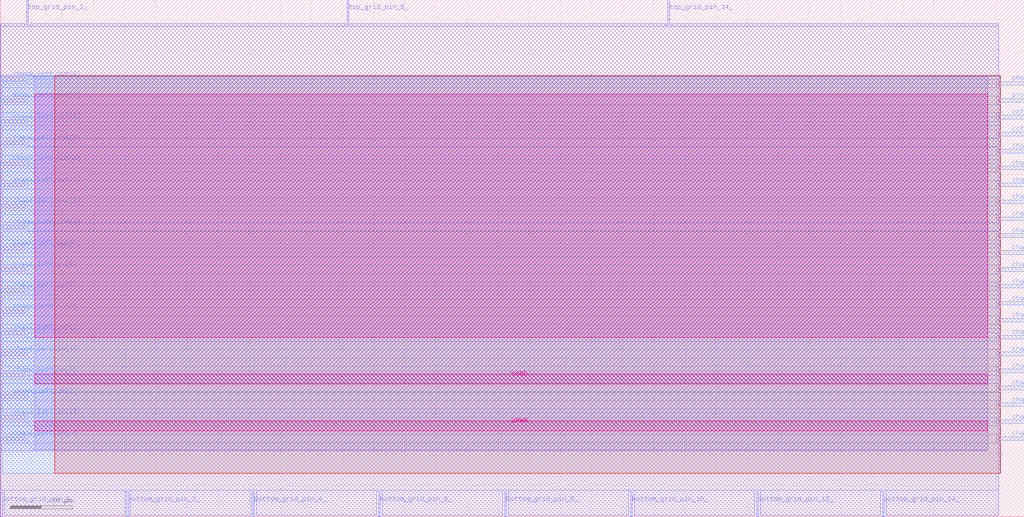
<source format=lef>
VERSION 5.7 ;
  NAMESCASESENSITIVE ON ;
  NOWIREEXTENSIONATPIN ON ;
  DIVIDERCHAR "/" ;
  BUSBITCHARS "[]" ;
UNITS
  DATABASE MICRONS 200 ;
END UNITS

MACRO cbx_1__0_
  CLASS BLOCK ;
  FOREIGN cbx_1__0_ ;
  ORIGIN 0.000 0.000 ;
  SIZE 164.515 BY 83.150 ;
  PIN chanx_left_in[0]
    DIRECTION INPUT ;
    PORT
      LAYER met3 ;
        RECT 0.000 12.280 4.000 12.880 ;
    END
  END chanx_left_in[0]
  PIN chanx_left_in[1]
    DIRECTION INPUT ;
    PORT
      LAYER met3 ;
        RECT 0.000 15.680 4.000 16.280 ;
    END
  END chanx_left_in[1]
  PIN chanx_left_in[2]
    DIRECTION INPUT ;
    PORT
      LAYER met3 ;
        RECT 0.000 19.080 4.000 19.680 ;
    END
  END chanx_left_in[2]
  PIN chanx_left_in[3]
    DIRECTION INPUT ;
    PORT
      LAYER met3 ;
        RECT 0.000 22.480 4.000 23.080 ;
    END
  END chanx_left_in[3]
  PIN chanx_left_in[4]
    DIRECTION INPUT ;
    PORT
      LAYER met3 ;
        RECT 0.000 25.880 4.000 26.480 ;
    END
  END chanx_left_in[4]
  PIN chanx_left_in[5]
    DIRECTION INPUT ;
    PORT
      LAYER met3 ;
        RECT 0.000 29.280 4.000 29.880 ;
    END
  END chanx_left_in[5]
  PIN chanx_left_in[6]
    DIRECTION INPUT ;
    PORT
      LAYER met3 ;
        RECT 0.000 32.680 4.000 33.280 ;
    END
  END chanx_left_in[6]
  PIN chanx_left_in[7]
    DIRECTION INPUT ;
    PORT
      LAYER met3 ;
        RECT 0.000 36.080 4.000 36.680 ;
    END
  END chanx_left_in[7]
  PIN chanx_left_in[8]
    DIRECTION INPUT ;
    PORT
      LAYER met3 ;
        RECT 0.000 39.480 4.000 40.080 ;
    END
  END chanx_left_in[8]
  PIN chanx_left_out[0]
    DIRECTION OUTPUT TRISTATE ;
    PORT
      LAYER met3 ;
        RECT 0.000 42.880 4.000 43.480 ;
    END
  END chanx_left_out[0]
  PIN chanx_left_out[1]
    DIRECTION OUTPUT TRISTATE ;
    PORT
      LAYER met3 ;
        RECT 0.000 46.280 4.000 46.880 ;
    END
  END chanx_left_out[1]
  PIN chanx_left_out[2]
    DIRECTION OUTPUT TRISTATE ;
    PORT
      LAYER met3 ;
        RECT 0.000 49.680 4.000 50.280 ;
    END
  END chanx_left_out[2]
  PIN chanx_left_out[3]
    DIRECTION OUTPUT TRISTATE ;
    PORT
      LAYER met3 ;
        RECT 0.000 53.080 4.000 53.680 ;
    END
  END chanx_left_out[3]
  PIN chanx_left_out[4]
    DIRECTION OUTPUT TRISTATE ;
    PORT
      LAYER met3 ;
        RECT 0.000 56.480 4.000 57.080 ;
    END
  END chanx_left_out[4]
  PIN chanx_left_out[5]
    DIRECTION OUTPUT TRISTATE ;
    PORT
      LAYER met3 ;
        RECT 0.000 59.880 4.000 60.480 ;
    END
  END chanx_left_out[5]
  PIN chanx_left_out[6]
    DIRECTION OUTPUT TRISTATE ;
    PORT
      LAYER met3 ;
        RECT 0.000 63.280 4.000 63.880 ;
    END
  END chanx_left_out[6]
  PIN chanx_left_out[7]
    DIRECTION OUTPUT TRISTATE ;
    PORT
      LAYER met3 ;
        RECT 0.000 66.680 4.000 67.280 ;
    END
  END chanx_left_out[7]
  PIN chanx_left_out[8]
    DIRECTION OUTPUT TRISTATE ;
    PORT
      LAYER met3 ;
        RECT 0.000 70.080 4.000 70.680 ;
    END
  END chanx_left_out[8]
  PIN top_grid_pin_2_
    DIRECTION OUTPUT TRISTATE ;
    PORT
      LAYER met2 ;
        RECT 4.230 79.150 4.510 83.150 ;
    END
  END top_grid_pin_2_
  PIN top_grid_pin_6_
    DIRECTION OUTPUT TRISTATE ;
    PORT
      LAYER met2 ;
        RECT 55.750 79.150 56.030 83.150 ;
    END
  END top_grid_pin_6_
  PIN top_grid_pin_14_
    DIRECTION OUTPUT TRISTATE ;
    PORT
      LAYER met2 ;
        RECT 107.270 79.150 107.550 83.150 ;
    END
  END top_grid_pin_14_
  PIN chanx_right_in[0]
    DIRECTION INPUT ;
    PORT
      LAYER met3 ;
        RECT 160.515 12.280 164.515 12.880 ;
    END
  END chanx_right_in[0]
  PIN chanx_right_in[1]
    DIRECTION INPUT ;
    PORT
      LAYER met3 ;
        RECT 160.515 15.000 164.515 15.600 ;
    END
  END chanx_right_in[1]
  PIN chanx_right_in[2]
    DIRECTION INPUT ;
    PORT
      LAYER met3 ;
        RECT 160.515 17.720 164.515 18.320 ;
    END
  END chanx_right_in[2]
  PIN chanx_right_in[3]
    DIRECTION INPUT ;
    PORT
      LAYER met3 ;
        RECT 160.515 20.440 164.515 21.040 ;
    END
  END chanx_right_in[3]
  PIN chanx_right_in[4]
    DIRECTION INPUT ;
    PORT
      LAYER met3 ;
        RECT 160.515 23.160 164.515 23.760 ;
    END
  END chanx_right_in[4]
  PIN chanx_right_in[5]
    DIRECTION INPUT ;
    PORT
      LAYER met3 ;
        RECT 160.515 25.880 164.515 26.480 ;
    END
  END chanx_right_in[5]
  PIN chanx_right_in[6]
    DIRECTION INPUT ;
    PORT
      LAYER met3 ;
        RECT 160.515 28.600 164.515 29.200 ;
    END
  END chanx_right_in[6]
  PIN chanx_right_in[7]
    DIRECTION INPUT ;
    PORT
      LAYER met3 ;
        RECT 160.515 31.320 164.515 31.920 ;
    END
  END chanx_right_in[7]
  PIN chanx_right_in[8]
    DIRECTION INPUT ;
    PORT
      LAYER met3 ;
        RECT 160.515 34.040 164.515 34.640 ;
    END
  END chanx_right_in[8]
  PIN chanx_right_out[0]
    DIRECTION OUTPUT TRISTATE ;
    PORT
      LAYER met3 ;
        RECT 160.515 36.760 164.515 37.360 ;
    END
  END chanx_right_out[0]
  PIN chanx_right_out[1]
    DIRECTION OUTPUT TRISTATE ;
    PORT
      LAYER met3 ;
        RECT 160.515 39.480 164.515 40.080 ;
    END
  END chanx_right_out[1]
  PIN chanx_right_out[2]
    DIRECTION OUTPUT TRISTATE ;
    PORT
      LAYER met3 ;
        RECT 160.515 42.200 164.515 42.800 ;
    END
  END chanx_right_out[2]
  PIN chanx_right_out[3]
    DIRECTION OUTPUT TRISTATE ;
    PORT
      LAYER met3 ;
        RECT 160.515 44.920 164.515 45.520 ;
    END
  END chanx_right_out[3]
  PIN chanx_right_out[4]
    DIRECTION OUTPUT TRISTATE ;
    PORT
      LAYER met3 ;
        RECT 160.515 47.640 164.515 48.240 ;
    END
  END chanx_right_out[4]
  PIN chanx_right_out[5]
    DIRECTION OUTPUT TRISTATE ;
    PORT
      LAYER met3 ;
        RECT 160.515 50.360 164.515 50.960 ;
    END
  END chanx_right_out[5]
  PIN chanx_right_out[6]
    DIRECTION OUTPUT TRISTATE ;
    PORT
      LAYER met3 ;
        RECT 160.515 53.080 164.515 53.680 ;
    END
  END chanx_right_out[6]
  PIN chanx_right_out[7]
    DIRECTION OUTPUT TRISTATE ;
    PORT
      LAYER met3 ;
        RECT 160.515 55.800 164.515 56.400 ;
    END
  END chanx_right_out[7]
  PIN chanx_right_out[8]
    DIRECTION OUTPUT TRISTATE ;
    PORT
      LAYER met3 ;
        RECT 160.515 58.520 164.515 59.120 ;
    END
  END chanx_right_out[8]
  PIN ccff_head
    DIRECTION INPUT ;
    PORT
      LAYER met3 ;
        RECT 160.515 61.240 164.515 61.840 ;
    END
  END ccff_head
  PIN ccff_tail
    DIRECTION OUTPUT TRISTATE ;
    PORT
      LAYER met3 ;
        RECT 160.515 63.960 164.515 64.560 ;
    END
  END ccff_tail
  PIN prog_clk
    DIRECTION INPUT ;
    PORT
      LAYER met3 ;
        RECT 160.515 66.680 164.515 67.280 ;
    END
  END prog_clk
  PIN pReset
    DIRECTION INPUT ;
    PORT
      LAYER met3 ;
        RECT 160.515 69.400 164.515 70.000 ;
    END
  END pReset
  PIN bottom_grid_pin_0_
    DIRECTION OUTPUT TRISTATE ;
    PORT
      LAYER met2 ;
        RECT 0.090 0.000 0.370 4.000 ;
    END
  END bottom_grid_pin_0_
  PIN bottom_grid_pin_2_
    DIRECTION OUTPUT TRISTATE ;
    PORT
      LAYER met2 ;
        RECT 20.330 0.000 20.610 4.000 ;
    END
  END bottom_grid_pin_2_
  PIN bottom_grid_pin_4_
    DIRECTION OUTPUT TRISTATE ;
    PORT
      LAYER met2 ;
        RECT 40.570 0.000 40.850 4.000 ;
    END
  END bottom_grid_pin_4_
  PIN bottom_grid_pin_6_
    DIRECTION OUTPUT TRISTATE ;
    PORT
      LAYER met2 ;
        RECT 60.810 0.000 61.090 4.000 ;
    END
  END bottom_grid_pin_6_
  PIN bottom_grid_pin_8_
    DIRECTION OUTPUT TRISTATE ;
    PORT
      LAYER met2 ;
        RECT 81.050 0.000 81.330 4.000 ;
    END
  END bottom_grid_pin_8_
  PIN bottom_grid_pin_10_
    DIRECTION OUTPUT TRISTATE ;
    PORT
      LAYER met2 ;
        RECT 101.290 0.000 101.570 4.000 ;
    END
  END bottom_grid_pin_10_
  PIN bottom_grid_pin_12_
    DIRECTION OUTPUT TRISTATE ;
    PORT
      LAYER met2 ;
        RECT 121.530 0.000 121.810 4.000 ;
    END
  END bottom_grid_pin_12_
  PIN bottom_grid_pin_14_
    DIRECTION OUTPUT TRISTATE ;
    PORT
      LAYER met2 ;
        RECT 141.770 0.000 142.050 4.000 ;
    END
  END bottom_grid_pin_14_
  PIN VPWR
    DIRECTION INPUT ;
    USE POWER ;
    PORT
      LAYER met5 ;
        RECT 5.520 13.840 158.700 15.440 ;
    END
  END VPWR
  PIN VGND
    DIRECTION INPUT ;
    USE GROUND ;
    PORT
      LAYER met5 ;
        RECT 5.520 21.340 158.700 22.940 ;
    END
  END VGND
  OBS
      LAYER li1 ;
        RECT 5.520 10.795 158.700 70.805 ;
      LAYER met1 ;
        RECT 0.070 10.640 158.700 70.960 ;
      LAYER met2 ;
        RECT 0.090 78.870 3.950 79.290 ;
        RECT 4.790 78.870 55.470 79.290 ;
        RECT 56.310 78.870 106.990 79.290 ;
        RECT 107.830 78.870 160.450 79.290 ;
        RECT 0.090 4.280 160.450 78.870 ;
        RECT 0.650 0.270 20.050 4.280 ;
        RECT 20.890 0.270 40.290 4.280 ;
        RECT 41.130 0.270 60.530 4.280 ;
        RECT 61.370 0.270 80.770 4.280 ;
        RECT 81.610 0.270 101.010 4.280 ;
        RECT 101.850 0.270 121.250 4.280 ;
        RECT 122.090 0.270 141.490 4.280 ;
        RECT 142.330 0.270 160.450 4.280 ;
      LAYER met3 ;
        RECT 4.400 70.400 160.730 70.885 ;
        RECT 4.400 69.680 160.115 70.400 ;
        RECT 0.310 69.000 160.115 69.680 ;
        RECT 0.310 67.680 160.730 69.000 ;
        RECT 4.400 66.280 160.115 67.680 ;
        RECT 0.310 64.960 160.730 66.280 ;
        RECT 0.310 64.280 160.115 64.960 ;
        RECT 4.400 63.560 160.115 64.280 ;
        RECT 4.400 62.880 160.730 63.560 ;
        RECT 0.310 62.240 160.730 62.880 ;
        RECT 0.310 60.880 160.115 62.240 ;
        RECT 4.400 60.840 160.115 60.880 ;
        RECT 4.400 59.520 160.730 60.840 ;
        RECT 4.400 59.480 160.115 59.520 ;
        RECT 0.310 58.120 160.115 59.480 ;
        RECT 0.310 57.480 160.730 58.120 ;
        RECT 4.400 56.800 160.730 57.480 ;
        RECT 4.400 56.080 160.115 56.800 ;
        RECT 0.310 55.400 160.115 56.080 ;
        RECT 0.310 54.080 160.730 55.400 ;
        RECT 4.400 52.680 160.115 54.080 ;
        RECT 0.310 51.360 160.730 52.680 ;
        RECT 0.310 50.680 160.115 51.360 ;
        RECT 4.400 49.960 160.115 50.680 ;
        RECT 4.400 49.280 160.730 49.960 ;
        RECT 0.310 48.640 160.730 49.280 ;
        RECT 0.310 47.280 160.115 48.640 ;
        RECT 4.400 47.240 160.115 47.280 ;
        RECT 4.400 45.920 160.730 47.240 ;
        RECT 4.400 45.880 160.115 45.920 ;
        RECT 0.310 44.520 160.115 45.880 ;
        RECT 0.310 43.880 160.730 44.520 ;
        RECT 4.400 43.200 160.730 43.880 ;
        RECT 4.400 42.480 160.115 43.200 ;
        RECT 0.310 41.800 160.115 42.480 ;
        RECT 0.310 40.480 160.730 41.800 ;
        RECT 4.400 39.080 160.115 40.480 ;
        RECT 0.310 37.760 160.730 39.080 ;
        RECT 0.310 37.080 160.115 37.760 ;
        RECT 4.400 36.360 160.115 37.080 ;
        RECT 4.400 35.680 160.730 36.360 ;
        RECT 0.310 35.040 160.730 35.680 ;
        RECT 0.310 33.680 160.115 35.040 ;
        RECT 4.400 33.640 160.115 33.680 ;
        RECT 4.400 32.320 160.730 33.640 ;
        RECT 4.400 32.280 160.115 32.320 ;
        RECT 0.310 30.920 160.115 32.280 ;
        RECT 0.310 30.280 160.730 30.920 ;
        RECT 4.400 29.600 160.730 30.280 ;
        RECT 4.400 28.880 160.115 29.600 ;
        RECT 0.310 28.200 160.115 28.880 ;
        RECT 0.310 26.880 160.730 28.200 ;
        RECT 4.400 25.480 160.115 26.880 ;
        RECT 0.310 24.160 160.730 25.480 ;
        RECT 0.310 23.480 160.115 24.160 ;
        RECT 4.400 22.760 160.115 23.480 ;
        RECT 4.400 22.080 160.730 22.760 ;
        RECT 0.310 21.440 160.730 22.080 ;
        RECT 0.310 20.080 160.115 21.440 ;
        RECT 4.400 20.040 160.115 20.080 ;
        RECT 4.400 18.720 160.730 20.040 ;
        RECT 4.400 18.680 160.115 18.720 ;
        RECT 0.310 17.320 160.115 18.680 ;
        RECT 0.310 16.680 160.730 17.320 ;
        RECT 4.400 16.000 160.730 16.680 ;
        RECT 4.400 15.280 160.115 16.000 ;
        RECT 0.310 14.600 160.115 15.280 ;
        RECT 0.310 13.280 160.730 14.600 ;
        RECT 4.400 11.880 160.115 13.280 ;
        RECT 0.310 6.975 160.730 11.880 ;
      LAYER met4 ;
        RECT 8.720 6.975 160.705 70.960 ;
      LAYER met5 ;
        RECT 5.520 28.840 158.700 67.940 ;
  END
END cbx_1__0_
END LIBRARY


</source>
